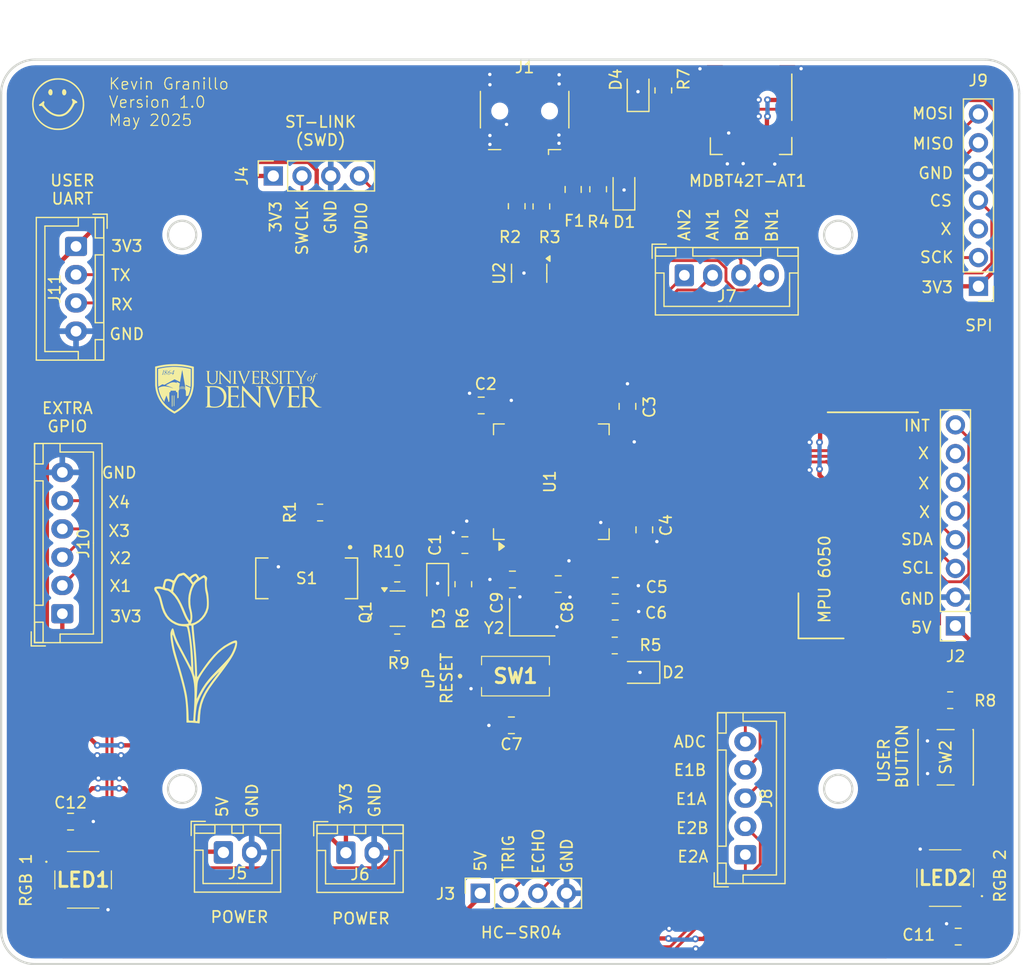
<source format=kicad_pcb>
(kicad_pcb (version 20241229) (generator "pcbnew") (generator_version "9.0")
  (layers (0 "F.Cu" signal) (2 "B.Cu" signal) (13 "F.Paste" user) (15 "B.Paste" user) (5 "F.SilkS" user "F.Silkscreen") (7 "B.SilkS" user "B.Silkscreen") (1 "F.Mask" user) (3 "B.Mask" user) (25 "Edge.Cuts" user))
  (net 0 "")
  (net 2 "/PS2_SCK")
  (net 3 "/PS2_MISO")
  (net 5 "/PS2_CS")
  (net 6 "/PS2_MOSI")
  (net 7 "Net-(U1-PA1)")
  (net 9 "/X4")
  (net 10 "/X3")
  (net 11 "/X1")
  (net 12 "/X2")
  (net 13 "/USER_TX")
  (net 16 "/USER_RX")
  (net 21 "/RESET")
  (net 28 "+3V3")
  (net 29 "GND")
  (net 33 "Net-(R1-Pad2)")
  (net 34 "/BOOT")
  (net 35 "/OSC_OUT")
  (net 36 "/OSC_IN")
  (net 37 "Net-(D1-A)")
  (net 39 "/D+")
  (net 40 "/D-")
  (net 41 "Net-(J1-VBUS)")
  (net 42 "/USB_CONN_D+")
  (net 43 "/USB_CONN_D-")
  (net 44 "Vusb")
  (net 45 "/USB_D+")
  (net 46 "/USB_D-")
  (net 47 "Net-(D2-A)")
  (net 48 "Net-(D3-A)")
  (net 49 "/USER_LED")
  (net 51 "+5V")
  (net 52 "/IMU_INT")
  (net 54 "/IMU_I2C_SCL")
  (net 56 "/IMU_I2C_SDA")
  (net 65 "Net-(D4-A)")
  (net 66 "/BL_WAKEUP")
  (net 67 "/BL_RX")
  (net 68 "/BL_TX")
  (net 69 "Net-(MDBT42T-AT1-INDICATOR)")
  (net 70 "/ULTRA_TRIG")
  (net 71 "/ULTRA_ECHO")
  (net 72 "/SWCLK")
  (net 73 "/SWDIO")
  (net 74 "/uBUTTON")
  (net 75 "/BN1")
  (net 76 "/AN1")
  (net 77 "/AN2")
  (net 78 "/BN2")
  (net 79 "/E2A")
  (net 80 "/E2B")
  (net 81 "/E1A")
  (net 82 "/E1B")
  (net 83 "/PWR_ADC")
  (net 84 "Net-(LED1-DOUT)")
  (net 85 "Net-(LED1-DIN)")
  (net 87 "/RGB_DIN")
  (footprint "Resistor_SMD:R_0805_2012Metric_Pad1.20x1.40mm_HandSolder" (layer "F.Cu") (at 137.68 42.715 -90)
    (property "Reference" "R2")
    (property "Value" "22")
  )
  (footprint "Package_QFP:LQFP-64_10x10mm_P0.5mm" (layer "F.Cu") (at 140.74 67.085 90)
    (property "Reference" "U1")
    (property "Value" "STM32F103RCTx")
  )
  (footprint "Resistor_SMD:R_0805_2012Metric_Pad1.20x1.40mm_HandSolder" (layer "F.Cu") (at 127.1175 81.3 180)
    (property "Reference" "R9")
    (property "Value" "10k")
  )
  (footprint "Resistor_SMD:R_0805_2012Metric_Pad1.20x1.40mm_HandSolder" (layer "F.Cu") (at 139.86 42.735 90)
    (property "Reference" "R3")
    (property "Value" "22")
  )
  (footprint "Capacitor_SMD:C_0805_2012Metric_Pad1.18x1.45mm_HandSolder" (layer "F.Cu") (at 98.2375 97.15)
    (property "Reference" "C12")
    (property "Value" "0.1uF")
  )
  (footprint "Connector_JST:JST_XH_B2B-XH-A_1x02_P2.50mm_Vertical" (layer "F.Cu") (at 122.58 99.9)
    (property "Reference" "J6")
    (property "Value" "CONN_3V3")
  )
  (footprint "Connector_PinHeader_2.54mm:PinHeader_1x07_P2.54mm_Vertical" (layer "F.Cu") (at 178.5 49.8 180)
    (property "Reference" "J9")
    (property "Value" "CONN_PS2")
  )
  (footprint "LOGO" (layer "F.Cu") (at 97.15 33.7)
    (property "Reference" "G***" (hide yes))
    (property "Value" "LOGO" (hide yes))
  )
  (footprint "Connector_JST:JST_XH_B5B-XH-A_1x05_P2.50mm_Vertical" (layer "F.Cu") (at 157.89 100.07 90)
    (property "Reference" "J8")
    (property "Value" "CONN_HAL")
  )
  (footprint "Connector_PinSocket_2.54mm:PinSocket_1x08_P2.54mm_Vertical" (layer "F.Cu") (at 176.465 79.835 180)
    (property "Reference" "J2")
    (property "Value" "CONN_MPU6050")
  )
  (footprint "LED_SMD:LED_0805_2012Metric_Pad1.15x1.40mm_HandSolder" (layer "F.Cu") (at 148.41 32.475 90)
    (property "Reference" "D4")
    (property "Value" "BL_IND_LED")
  )
  (footprint "LOGO" (layer "F.Cu") (at 109.3 81.8)
    (property "Reference" "G***" (hide yes))
    (property "Value" "LOGO" (hide yes))
  )
  (footprint "Package_TO_SOT_SMD:SOT-23" (layer "F.Cu") (at 127.1475 78.31)
    (property "Reference" "Q1")
    (property "Value" "BSS138")
  )
  (footprint "LED_SMD:LED_0805_2012Metric_Pad1.15x1.40mm_HandSolder" (layer "F.Cu") (at 130.69 76.18 -90)
    (property "Reference" "D3")
    (property "Value" "USER_LED")
  )
  (footprint "Resistor_SMD:R_0805_2012Metric_Pad1.20x1.40mm_HandSolder" (layer "F.Cu") (at 146.3475 81.57)
    (property "Reference" "R5")
    (property "Value" "10k")
  )
  (footprint "RGB_LED:INPI55TATPRPGPB" (layer "F.Cu") (at 99.35 102.3)
    (property "Reference" "LED1")
    (property "Value" "IN-PI55TATPRPGPB" (hide yes))
  )
  (footprint "Fuse:Fuse_0805_2012Metric_Pad1.15x1.40mm_HandSolder" (layer "F.Cu") (at 142.67 41.235 -90)
    (property "Reference" "F1")
    (property "Value" "PTCSMD")
  )
  (footprint "Capacitor_SMD:C_0805_2012Metric_Pad1.18x1.45mm_HandSolder" (layer "F.Cu") (at 137.3 75.73 180)
    (property "Reference" "C9")
    (property "Value" "22pF")
  )
  (footprint "Resistor_SMD:R_0805_2012Metric_Pad1.20x1.40mm_HandSolder" (layer "F.Cu") (at 127.1175 75.21 180)
    (property "Reference" "R10")
    (property "Value" "10k")
  )
  (footprint "Connector_PinSocket_2.54mm:PinSocket_1x04_P2.54mm_Vertical" (layer "F.Cu") (at 116.16 40.04 90)
    (property "Reference" "J4")
    (property "Value" "CONN_SWD")
  )
  (footprint "Resistor_SMD:R_0805_2012Metric_Pad1.20x1.40mm_HandSolder" (layer "F.Cu") (at 176 86.41)
    (property "Reference" "R8")
    (property "Value" "10k")
  )
  (footprint "Connector_JST:JST_XH_B4B-XH-A_1x04_P2.50mm_Vertical" (layer "F.Cu") (at 98.72 46.27 -90)
    (property "Reference" "J11")
    (property "Value" "CONN_UART")
  )
  (footprint "MDBT42T-AT:MDBT42T" (layer "F.Cu") (at 158.4 32.54)
    (property "Reference" "MDBT42T-AT1" (hide yes))
    (property "Value" "MDBT42T-AT" (hide yes))
  )
  (footprint "Capacitor_SMD:C_0805_2012Metric_Pad1.18x1.45mm_HandSolder" (layer "F.Cu") (at 134.54 60.34 180)
    (property "Reference" "C2")
    (property "Value" "0.1uF")
  )
  (footprint "Resistor_SMD:R_0805_2012Metric_Pad1.20x1.40mm_HandSolder" (layer "F.Cu") (at 132.96 76.15 -90)
    (property "Reference" "R6")
    (property "Value" "10k")
  )
  (footprint "Resistor_SMD:R_0805_2012Metric_Pad1.20x1.40mm_HandSolder" (layer "F.Cu") (at 150.64 32.475 90)
    (property "Reference" "R7")
    (property "Value" "10k")
  )
  (footprint "Capacitor_SMD:C_0805_2012Metric_Pad1.18x1.45mm_HandSolder" (layer "F.Cu") (at 148.96 71.34 -90)
    (property "Reference" "C4")
    (property "Value" "0.1uF")
  )
  (footprint "Package_TO_SOT_SMD:SOT-23-6" (layer "F.Cu") (at 138.78 48.6475 -90)
    (property "Reference" "U2")
    (property "Value" "USBLC6-2SC6")
  )
  (footprint "Capacitor_SMD:C_0805_2012Metric_Pad1.18x1.45mm_HandSolder" (layer "F.Cu") (at 146.39 76.29)
    (property "Reference" "C5")
    (property "Value" "0.1uF")
  )
  (footprint "Connector_PinSocket_2.54mm:PinSocket_1x04_P2.54mm_Vertical" (layer "F.Cu") (at 134.46 103.485 90)
    (property "Reference" "J3")
    (property "Value" "CONN_ULTRA")
  )
  (footprint "Connector_JST:JST_XH_B4B-XH-A_1x04_P2.50mm_Vertical" (layer "F.Cu") (at 152.5 48.825)
    (property "Reference" "J7")
    (property "Value" "CONN_DRIVE")
  )
  (footprint "Crystal:Crystal_SMD_Abracon_ABM8G-4Pin_3.2x2.5mm" (layer "F.Cu") (at 139.0525 79.07)
    (property "Reference" "Y2")
    (property "Value" "16MHz")
  )
  (footprint "SW_uP_Reset:SW_uP_Reset" (layer "F.Cu") (at 137.57 84.28)
    (property "Reference" "SW1")
    (property "Value" "SW_uP_Reset" (hide yes))
  )
  (footprint "Capacitor_SMD:C_0805_2012Metric_Pad1.18x1.45mm_HandSolder" (layer "F.Cu") (at 146.39 78.58)
    (property "Reference" "C6")
    (property "Value" "10uF")
  )
  (footprint "Connector_JST:JST_XH_B2B-XH-A_1x02_P2.50mm_Vertical" (layer "F.Cu") (at 111.75 99.875)
    (property "Reference" "J5")
    (property "Value" "CONN_5V")
  )
  (footprint "LED_SMD:LED_0805_2012Metric_Pad1.15x1.40mm_HandSolder" (layer "F.Cu") (at 148.4675 83.95 180)
    (property "Reference" "D2")
    (property "Value" "uP_PWR_LED")
  )
  (footprint "Capacitor_SMD:C_0805_2012Metric_Pad1.18x1.45mm_HandSolder" (layer "F.Cu") (at 133.1 72.69 180)
    (property "Reference" "C1")
    (property "Value" "0.1uF")
  )
  (footprint "LOGO" (layer "F.Cu") (at 113.1 58.85)
    (property "Reference" "G***" (hide yes))
    (property "Value" "LOGO" (hide yes))
  )
  (footprint "RGB_LED:INPI55TATPRPGPB" (layer "F.Cu") (at 175.56 102.14 180)
    (property "Reference" "LED2")
    (property "Value" "IN-PI55TATPRPGPB" (hide yes))
  )
  (footprint "Capacitor_SMD:C_0805_2012Metric_Pad1.18x1.45mm_HandSolder" (layer "F.Cu") (at 141.35 76.14)
    (property "Reference" "C8")
    (property "Value" "22pF")
  )
  (footprint "Resistor_SMD:R_0805_2012Metric_Pad1.20x1.40mm_HandSolder" (layer "F.Cu") (at 120.3 69.81 180)
    (property "Reference" "R1")
    (property "Value" "10k")
  )
  (footprint "Connector_JST:JST_XH_B6B-XH-A_1x06_P2.50mm_Vertical" (layer "F.Cu") (at 97.51 78.76 90)
    (property "Reference" "J10")
    (property "Value" "CONN_TRACK")
  )
  (footprint "Capacitor_SMD:C_0805_2012Metric_Pad1.18x1.45mm_HandSolder" (layer "F.Cu") (at 147.47 60.42 90)
    (property "Reference" "C3")
    (property "Value" "0.1uF")
  )
  (footprint "Button_Switch_SMD:SW_SPST_PTS647_Sx50" (layer "F.Cu") (at 175.6 91.46 -90)
    (property "Reference" "SW2")
    (property "Value" "SW_USER")
  )
  (footprint "LED_SMD:LED_0805_2012Metric_Pad1.15x1.40mm_HandSolder" (layer "F.Cu") (at 147.16 41.185 90)
    (property "Reference" "D1")
    (property "Value" "USB_PWR_LED")
  )
  (footprint "SW_uP_Boot:SW_uP_Boot" (layer "F.Cu") (at 119.11 75.63 180)
    (property "Reference" "S1")
    (property "Value" "JS202011SCQN")
  )
  (footprint "Capacitor_SMD:C_0805_2012Metric_Pad1.18x1.45mm_HandSolder" (layer "F.Cu") (at 176.71 107.32 180)
    (property "Reference" "C11")
    (property "Value" "0.1uF")
  )
  (footprint "Connector_USB:USB_Mini-B_Lumberg_2486_01_Horizontal" (layer "F.Cu") (at 138.38 34.3 180)
    (property "Reference" "J1")
    (property "Value" "USB_B_Mini")
  )
  (footprint "Capacitor_SMD:C_0805_2012Metric_Pad1.18x1.45mm_HandSolder" (layer "F.Cu") (at 137.21 88.63 180)
    (property "Reference" "C7")
    (property "Value" "0.01uF")
  )
  (footprint "Resistor_SMD:R_0805_2012Metric_Pad1.20x1.40mm_HandSolder" (layer "F.Cu") (at 144.88 41.215 90)
    (property "Reference" "R4")
    (property "Value" "10k")
  )
  (gr_line (start 162.585 80.945) (end 166.585 80.945) (stroke (width 0.15)) (layer "F.SilkS"))
  (gr_line (start 162.585 80.945) (end 162.585 76.945) (stroke (width 0.15)) (layer "F.SilkS"))
  (gr_line (start 173.165 60.945) (end 165.165 60.945) (stroke (width 0.15)) (layer "F.SilkS"))
  (gr_arc (start 179.1 29.750001) (mid 181.22132 30.628681) (end 182.1 32.750001) (stroke (width 0.2)) (layer "Edge.Cuts"))
  (gr_arc (start 182.1 106.750001) (mid 181.22132 108.871321) (end 179.1 109.750001) (stroke (width 0.2)) (layer "Edge.Cuts"))
  (gr_line (start 179.1 29.750001) (end 95.100001 29.750001) (stroke (width 0.2)) (layer "Edge.Cuts"))
  (gr_circle (center 108.1 94.250001) (end 109.35 94.250001) (stroke (width 0.2)) (fill no) (layer "Edge.Cuts"))
  (gr_circle (center 108.1 45.250001) (end 109.35 45.250001) (stroke (width 0.2)) (fill no) (layer "Edge.Cuts"))
  (gr_line (start 179.1 109.750001) (end 95.100001 109.750001) (stroke (width 0.2)) (layer "Edge.Cuts"))
  (gr_arc (start 95.100001 109.750001) (mid 92.97868 108.871321) (end 92.1 106.75) (stroke (width 0.2)) (layer "Edge.Cuts"))
  (gr_arc (start 92.1 32.750002) (mid 92.97868 30.628681) (end 95.100001 29.750001) (stroke (width 0.2)) (layer "Edge.Cuts"))
  (gr_line (start 182.1 106.750001) (end 182.1 32.750001) (stroke (width 0.2)) (layer "Edge.Cuts"))
  (gr_circle (center 166.1 94.250001) (end 167.35 94.250001) (stroke (width 0.2)) (fill no) (layer "Edge.Cuts"))
  (gr_circle (center 166.1 45.250001) (end 167.35 45.250001) (stroke (width 0.2)) (fill no) (layer "Edge.Cuts"))
  (gr_line (start 92.1 106.75) (end 92.1 32.750002) (stroke (width 0.2)) (layer "Edge.Cuts"))
  (gr_text "5V" (at 111.65 95.84 90) (layer "F.SilkS") (effects (font (size 1 1))))
  (gr_text "X2" (at 102.65 73.85 0) (layer "F.SilkS") (effects (font (size 1 1))))
  (gr_text "ECHO" (at 139.6 99.77 90) (layer "F.SilkS") (effects (font (size 1 1))))
  (gr_text "E1B" (at 153 92.59 0) (layer "F.SilkS") (effects (font (size 1 1))))
  (gr_text "AN1" (at 155 44.35 90) (layer "F.SilkS") (effects (font (size 1 1))))
  (gr_text "X" (at 173.73 69.78 0) (layer "F.SilkS") (effects (font (size 1 1))))
  (gr_text "GND" (at 121.22 43.68 90) (layer "F.SilkS") (effects (font (size 1 1))))
  (gr_text "MOSI" (at 174.46 34.51 0) (layer "F.SilkS") (effects (font (size 1 1))))
  (gr_text "3V3" (at 103.22 46.24 0) (layer "F.SilkS") (effects (font (size 1 1))))
  (gr_text "E2A" (at 153.25 100.25 0) (layer "F.SilkS") (effects (font (size 1 1))))
  (gr_text "TX" (at 102.68 48.82 0) (layer "F.SilkS") (effects (font (size 1 1))))
  (gr_text "GND" (at 103.21 54.03 0) (layer "F.SilkS") (effects (font (size 1 1))))
  (gr_text "HC-SR04" (at 138.08 106.96 0) (layer "F.SilkS") (effects (font (size 1 1))))
  (gr_text "Kevin Granillo\nVersion 1.0\nMay 2025\n" (at 101.55 35.7 0) (layer "F.SilkS") (effects (font (size 1 1) (thickness 0.1)) (justify left bottom)))
  (gr_text "3V3" (at 116.37 43.65 90) (layer "F.SilkS") (effects (font (size 1 1))))
  (gr_text "E1A" (at 153.1 95.15 0) (layer "F.SilkS") (effects (font (size 1 1))))
  (gr_text "X" (at 175.63 44.74 0) (layer "F.SilkS") (effects (font (size 1 1))))
  (gr_text "RX" (at 102.75 51.41 0) (layer "F.SilkS") (effects (font (size 1 1))))
  (gr_text "X4" (at 102.54 68.9 0) (layer "F.SilkS") (effects (font (size 1 1))))
  (gr_text "SCL" (at 173.1 74.7 0) (layer "F.SilkS") (effects (font (size 1 1))))
  (gr_text "SDA" (at 173.06 72.18 0) (layer "F.SilkS") (effects (font (size 1 1))))
  (gr_text "POWER" (at 123.9 105.72 0) (layer "F.SilkS") (effects (font (size 1 1))))
  (gr_text "GND" (at 125.12 95.26 90) (layer "F.SilkS") (effects (font (size 1 1))))
  (gr_text "3V3" (at 174.86 49.89 0) (layer "F.SilkS") (effects (font (size 1 1))))
  (gr_text "GND" (at 114.29 95.3 90) (layer "F.SilkS") (effects (font (size 1 1))))
  (gr_text "3V3" (at 103.14 79 0) (layer "F.SilkS") (effects (font (size 1 1))))
  (gr_text "MPU 6050" (at 165.485 79.685 90) (layer "F.SilkS") (effects (font (size 1 1)) (justify left bottom)))
  (gr_text "ADC" (at 153 90.09 0) (layer "F.SilkS") (effects (font (size 1 1))))
  (gr_text "uP \nRESET " (at 130.68 84.1 90) (layer "F.SilkS") (effects (font (size 1 1))))
  (gr_text "RGB 1" (at 94.29 102.33 90) (layer "F.SilkS") (effects (font (size 1 1))))
  (gr_text "5V" (at 173.45 79.99 0) (layer "F.SilkS") (effects (font (size 1 1))))
  (gr_text "INT" (at 173.06 62.13 0) (layer "F.SilkS") (effects (font (size 1 1))))
  (gr_text "SWDIO" (at 123.94 44.66 90) (layer "F.SilkS") (effects (font (size 1 1))))
  (gr_text "GND" (at 173.08 77.44 0) (layer "F.SilkS") (effects (font (size 1 1))))
  (gr_text "3V3" (at 122.58 95.11 90) (layer "F.SilkS") (effects (font (size 1 1))))
  (gr_text "SCK" (at 174.81 47.23 0) (layer "F.SilkS") (effects (font (size 1 1))))
  (gr_text "USER\nUART" (at 98.4 41.25 0) (layer "F.SilkS") (effects (font (size 1 1))))
  (gr_text "TRIG" (at 136.95 99.95 90) (layer "F.SilkS") (effects (font (size 1 1))))
  (gr_text "EXTRA\nGPIO" (at 97.96 61.39 0) (layer "F.SilkS") (effects (font (size 1 1))))
  (gr_text "GND\n" (at 174.72 39.79 0) (layer "F.SilkS") (effects (font (size 1 1))))
  (gr_text "GND" (at 102.54 66.29 0) (layer "F.SilkS") (effects (font (size 1 1))))
  (gr_text "X3" (at 102.54 71.44 0) (layer "F.SilkS") (effects (font (size 1 1))))
  (gr_text "X1" (at 102.65 76.31 0) (layer "F.SilkS") (effects (font (size 1 1))))
  (gr_text "X" (at 173.66 67.24 0) (layer "F.SilkS") (effects (font (size 1 1))))
  (gr_text "CS" (at 175.17 42.23 0) (layer "F.SilkS") (effects (font (size 1 1))))
  (gr_text "USER \nBUTTON" (at 170.95 91.37 90) (layer "F.SilkS") (effects (font (size 1 1))))
  (gr_text "BN1" (at 160.25 44.4 90) (layer "F.SilkS") (effects (font (size 1 1))))
  (gr_text "MISO" (at 174.49 37.18 0) (layer "F.SilkS") (effects (font (size 1 1))))
  (gr_text "X" (at 173.64 64.57 0) (layer "F.SilkS") (effects (font (size 1 1))))
  (gr_text "SPI" (at 178.54 53.26 0) (layer "F.SilkS") (effects (font (size 1 1))))
  (gr_text "MDBT42T-AT1" (at 158.1 40.47 0) (layer "F.SilkS") (effects (font (size 1 1))))
  (gr_text "GND" (at 142.11 100.17 90) (layer "F.SilkS") (effects (font (size 1 1))))
  (gr_text "AN2" (at 152.5 44.35 90) (layer "F.SilkS") (effects (font (size 1 1))))
  (gr_text "SWCLK" (at 118.71 44.6 90) (layer "F.SilkS") (effects (font (size 1 1))))
  (gr_text "ST-LINK\n(SWD)" (at 120.34 36.06 0) (layer "F.SilkS") (effects (font (size 1 1))))
  (gr_text "5V" (at 134.48 100.64 90) (layer "F.SilkS") (effects (font (size 1 1))))
  (gr_text "POWER" (at 113.17 105.59 0) (layer "F.SilkS") (effects (font (size 1 1))))
  (gr_text "RGB 2" (at 180.4 101.94 90) (layer "F.SilkS") (effects (font (size 1 1))))
  (gr_text "E2B" (at 153.21 97.73 0) (layer "F.SilkS") (effects (font (size 1 1))))
  (gr_text "BN2" (at 157.6 44.35 90) (layer "F.SilkS") (effects (font (size 1 1))))
  (segment (start 161.037237 55.20623) (end 148.752174 55.20623) (width 0.254) (layer "F.Cu") (net 2))
  (segment (start 143.99 59.968404) (end 143.99 61.41) (width 0.254) (layer "F.Cu") (net 2))
  (segment (start 178.5 47.26) (end 168.983468 47.26) (width 0.254) (layer "F.Cu") (net 2))
  (segment (start 148.752174 55.20623) (end 143.99 59.968404) (width 0.254) (layer "F.Cu") (net 2))
  (segment (start 168.983468 47.26) (end 161.037237 55.20623) (width 0.254) (layer "F.Cu") (net 2))
  (segment (start 160.84877 54.75123) (end 148.563706 54.75123) (width 0.254) (layer "F.Cu") (net 3))
  (segment (start 143.49 59.84) (end 143.49 61.41) (width 0.254) (layer "F.Cu") (net 3))
  (segment (start 143.482468 59.832468) (end 143.49 59.84) (width 0.254) (layer "F.Cu") (net 3))
  (segment (start 178.5 37.1) (end 160.84877 54.75123) (width 0.254) (layer "F.Cu") (net 3))
  (segment (start 148.563706 54.75123) (end 143.482468 59.832468) (width 0.254) (layer "F.Cu") (net 3))
  (segment (start 168.268468 48.618468) (end 161.225704 55.66123) (width 0.254) (layer "F.Cu") (net 5))
  (segment (start 179.678 47.747944) (end 178.807476 48.618468) (width 0.254) (layer "F.Cu") (net 5))
  (segment (start 149.025936 55.66123) (end 144.49 60.197166) (width 0.254) (layer "F.Cu") (net 5))
  (segment (start 178.807476 48.618468) (end 168.268468 48.618468) (width 0.254) (layer "F.Cu") (net 5))
  (segment (start 144.49 60.197166) (end 144.49 61.41) (width 0.254) (layer "F.Cu") (net 5))
  (segment (start 179.678 43.358) (end 179.678 47.747944) (width 0.254) (layer "F.Cu") (net 5))
  (segment (start 178.5 42.18) (end 179.678 43.358) (width 0.254) (layer "F.Cu") (net 5))
  (segment (start 161.225704 55.66123) (end 149.025936 55.66123) (width 0.254) (layer "F.Cu") (net 5))
  (segment (start 167.978 45.082) (end 167.978 46.027895) (width 0.254) (layer "F.Cu") (net 6))
  (segment (start 142.99 59.681468) (end 142.99 61.41) (width 0.254) (layer "F.Cu") (net 6))
  (segment (start 148.449734 54.221734) (end 142.99 59.681468) (width 0.254) (layer "F.Cu") (net 6))
  (segment (start 159.784161 54.221734) (end 148.449734 54.221734) (width 0.254) (layer "F.Cu") (net 6))
  (segment (start 167.978 46.027895) (end 159.784161 54.221734) (width 0.254) (layer "F.Cu") (net 6))
  (segment (start 178.5 34.56) (end 167.978 45.082) (width 0.254) (layer "F.Cu") (net 6))
  (segment (start 143.99 72.76) (end 144.49 72.76) (width 0.254) (layer "F.Cu") (net 7))
  (segment (start 104.237 65.313) (end 100.79 68.76) (width 0.254) (layer "F.Cu") (net 9))
  (segment (start 100.79 68.76) (end 97.51 68.76) (width 0.254) (layer "F.Cu") (net 9))
  (segment (start 135.35 65.313) (end 104.237 65.313) (width 0.254) (layer "F.Cu") (net 9))
  (segment (start 97.51 71.26) (end 99.39 71.26) (width 0.254) (layer "F.Cu") (net 10))
  (segment (start 99.39 71.26) (end 104.8 65.85) (width 0.254) (layer "F.Cu") (net 10))
  (segment (start 104.8 65.85) (end 135.05 65.85) (width 0.254) (layer "F.Cu") (net 10))
  (segment (start 97.51 76.26) (end 106.935 66.835) (width 0.254) (layer "F.Cu") (net 11))
  (segment (start 106.935 66.835) (end 135.065 66.835) (width 0.254) (layer "F.Cu") (net 11))
  (segment (start 99.5 71.895) (end 99.5 71.793468) (width 0.254) (layer "F.Cu") (net 12))
  (segment (start 99.5 71.793468) (end 104.980468 66.313) (width 0.254) (layer "F.Cu") (net 12))
  (segment (start 97.635 73.76) (end 99.5 71.895) (width 0.254) (layer "F.Cu") (net 12))
  (segment (start 104.980468 66.313) (end 134.9 66.313) (width 0.254) (layer "F.Cu") (net 12))
  (segment (start 98.72 48.77) (end 117.32 48.77) (width 0.254) (layer "F.Cu") (net 13))
  (segment (start 117.32 48.77) (end 132.885 64.335) (width 0.254) (layer "F.Cu") (net 13))
  (segment (start 132.885 64.335) (end 135.065 64.335) (width 0.254) (layer "F.Cu") (net 13))
  (segment (start 119.17 51.27) (end 98.72 51.27) (width 0.254) (layer "F.Cu") (net 16))
  (segment (start 135.065 64.835) (end 132.735 64.835) (width 0.254) (layer "F.Cu") (net 16))
  (segment (start 132.735 64.835) (end 119.17 51.27) (width 0.254) (layer "F.Cu") (net 16))
  (segment (start 143.303 81.897) (end 143.303 75.353) (width 0.254) (layer "F.Cu") (net 21))
  (segment (start 142.658 74.708) (end 141.090992 74.708) (width 0.254) (layer "F.Cu") (net 21))
  (segment (start 141.090992 74.708) (end 139.99 73.607008) (width 0.254) (layer "F.Cu") (net 21))
  (segment (start 143.303 75.353) (end 142.658 74.708) (width 0.254) (layer "F.Cu") (net 21))
  (segment (start 138.2475 88.63) (end 138.2475 86.9525) (width 0.254) (layer "F.Cu") (net 21))
  (segment (start 138.2475 86.9525) (end 140.92 84.28) (width 0.254) (layer "F.Cu") (net 21))
  (segment (start 140.92 84.28) (end 143.303 81.897) (width 0.254) (layer "F.Cu") (net 21))
  (segment (start 139.99 73.607008) (end 139.99 72.76) (width 0.254) (layer "F.Cu") (net 21))
  (segment (start 147.295 63.335) (end 147.47 63.16) (width 0.254) (layer "F.Cu") (net 28))
  (segment (start 104.95 40.04) (end 106.1915 38.7985) (width 0.381) (layer "F.Cu") (net 28))
  (segment (start 133.78 71.21) (end 133.78 72.3325) (width 0.254) (layer "F.Cu") (net 28))
  (segment (start 156.162704 61.4575) (end 147.47 61.4575) (width 0.381) (layer "F.Cu") (net 28))
  (segment (start 119.9985 39.525753) (end 119.9985 44.761) (width 0.381) (layer "F.Cu") (net 28))
  (segment (start 164.45 65.962) (end 164.45 66.5) (width 0.381) (layer "F.Cu") (net 28))
  (segment (start 175 77.05) (end 175 86.41) (width 0.381) (layer "F.Cu") (net 28))
  (segment (start 145.3525 78.58) (end 145.3525 76.29) (width 0.508) (layer "F.Cu") (net 28))
  (segment (start 148.4925 69.835) (end 148.96 70.3025) (width 0.254) (layer "F.Cu") (net 28))
  (segment (start 122.58 80.99) (end 126.21 77.36) (width 0.381) (layer "F.Cu") (net 28))
  (segment (start 147.47 63.16) (end 147.47 61.4575) (width 0.254) (layer "F.Cu") (net 28))
  (segment (start 142.99 72.76) (end 142.99 70.305) (width 0.254) (layer "F.Cu") (net 28))
  (segment (start 167.820205 49.8) (end 178.5 49.8) (width 0.381) (layer "F.Cu") (net 28))
  (segment (start 124.15 75.42) (end 121.61 72.88) (width 0.381) (layer "F.Cu") (net 28))
  (segment (start 113.08 90.4) (end 102.7 90.4) (width 0.381) (layer "F.Cu") (net 28))
  (segment (start 180.2 48.1) (end 180.2 34.504253) (width 0.381) (layer "F.Cu") (net 28))
  (segment (start 142.99 70.305) (end 142.52 69.835) (width 0.254) (layer "F.Cu") (net 28))
  (segment (start 97.51 87.1) (end 96.1435 85.7335) (width 0.381) (layer "F.Cu") (net 28))
  (segment (start 179.014247 33.3185) (end 162.1385 33.3185) (width 0.381) (layer "F.Cu") (net 28))
  (segment (start 180.2 34.504253) (end 179.014247 33.3185) (width 0.381) (layer "F.Cu") (net 28))
  (segment (start 136.66 60.27) (end 135.6475 60.27) (width 0.254) (layer "F.Cu") (net 28))
  (segment (start 136.99 61.41) (end 136.99 60.6) (width 0.254) (layer "F.Cu") (net 28))
  (segment (start 96.1435 48.8465) (end 98.72 46.27) (width 0.381) (layer "F.Cu") (net 28))
  (segment (start 144.93 69.385) (end 144.48 69.835) (width 0.254) (layer "F.Cu") (net 28))
  (segment (start 142.99 73.9275) (end 145.3525 76.29) (width 0.254) (layer "F.Cu") (net 28))
  (segment (start 124.15 79.42) (end 122.58 80.99) (width 0.381) (layer "F.Cu") (net 28))
  (segment (start 145.155 63.335) (end 144.93 63.56) (width 0.254) (layer "F.Cu") (net 28))
  (segment (start 97.51 87.31) (end 97.51 87.1) (width 0.381) (layer "F.Cu") (net 28))
  (segment (start 136.99 60.6) (end 136.66 60.27) (width 0.254) (layer "F.Cu") (net 28))
  (segment (start 162.1385 33.3185) (end 159.868499 33.3185) (width 0.381) (layer "F.Cu") (net 28))
  (segment (start 96.1435 48.8465) (end 104.95 40.04) (width 0.381) (layer "F.Cu") (net 28))
  (segment (start 159.8 37.74) (end 159.8 34.817) (width 0.381) (layer "F.Cu") (net 28))
  (segment (start 159.868499 33.3185) (end 159.85 33.300001) (width 0.381) (layer "F.Cu") (net 28))
  (segment (start 122.58 99.9) (end 122.58 80.99) (width 0.381) (layer "F.Cu") (net 28))
  (segment (start 96.1435 85.7335) (end 96.1435 48.8465) (width 0.381) (layer "F.Cu") (net 28))
  (segment (start 124.15 77.1775) (end 124.15 75.42) (width 0.381) (layer "F.Cu") (net 28))
  (segment (start 164.5 53.120205) (end 164.610103 53.010103) (width 0.381) (layer "F.Cu") (net 28))
  (segment (start 144.48 69.835) (end 142.52 69.835) (width 0.254) (layer "F.Cu") (net 28))
  (segment (start 164.610103 53.010103) (end 167.820205 49.8) (width 0.381) (layer "F.Cu") (net 28))
  (segment (start 119.9985 44.761) (end 135.5775 60.34) (width 0.381) (layer "F.Cu") (net 28))
  (segment (start 144.93 63.56) (end 144.93 69.385) (width 0.254) (layer "F.Cu") (net 28))
  (segment (start 137.615 69.835) (end 136.99 69.21) (width 0.254) (layer "F.Cu") (net 28))
  (segment (start 136.99 69.21) (end 136.99 61.41) (width 0.254) (layer "F.Cu") (net 28))
  (segment (start 142.99 72.76) (end 142.99 73.9275) (width 0.254) (layer "F.Cu") (net 28))
  (segment (start 164.610103 53.010103) (end 156.162704 61.4575) (width 0.381) (layer "F.Cu") (net 28))
  (segment (start 145.3475 81.57) (end 145.3475 78.585) (width 0.508) (layer "F.Cu") (net 28))
  (segment (start 119.271247 38.7985) (end 119.9985 39.525753) (width 0.381) (layer "F.Cu") (net 28))
  (segment (start 136.99 69.21) (end 136.99 70.45) (width 0.254) (layer "F.Cu") (net 28))
  (segment (start 100.6 90.4) (end 97.51 87.31) (width 0.381) (layer "F.Cu") (net 28))
  (segment (start 159.8 34.817) (end 159.85 34.767) (width 0.381) (layer "F.Cu") (net 28))
  (segment (start 104.95 40.04) (end 116.16 40.04) (width 0.381) (layer "F.Cu") (net 28))
  (segment (start 126.1175 75.21) (end 124.15 77.1775) (width 0.381) (layer "F.Cu") (net 28))
  (segment (start 134.155 70.835) (end 133.78 71.21) (width 0.254) (layer "F.Cu") (net 28))
  (segment (start 146.415 69.835) (end 148.4925 69.835) (width 0.254) (layer "F.Cu") (net 28))
  (segment (start 146.415 63.335) (end 147.295 63.335) (width 0.254) (layer "F.Cu") (net 28))
  (segment (start 164.45 63.6) (end 164.5 63.55) (width 0.381) (layer "F.Cu") (net 28))
  (segment (start 164.45 66.5) (end 175 77.05) (width 0.381) (layer "F.Cu") (net 28))
  (segment (start 97.51 87.1) (end 97.51 78.76) (width 0.381) (layer "F.Cu") (net 28))
  (segment (start 136.605 70.835) (end 135.065 70.835) (width 0.254) (layer "F.Cu") (net 28))
  (segment (start 146.415 69.835) (end 144.48 69.835) (width 0.254) (layer "F.Cu") (net 28))
  (segment (start 135.065 70.835) (end 134.155 70.835) (width 0.254) (layer "F.Cu") (net 28))
  (segment (start 146.415 63.335) (end 145.155 63.335) (width 0.254) (layer "F.Cu") (net 28))
  (segment (start 122.58 99.9) (end 113.08 90.4) (width 0.381) (layer "F.Cu") (net 28))
  (segment (start 106.1915 38.7985) (end 119.271247 38.7985) (width 0.381) (layer "F.Cu") (net 28))
  (segment (start 164.5 63.55) (end 164.5 53.120205) (width 0.381) (layer "F.Cu") (net 28))
  (segment (start 124.15 77.1775) (end 124.15 79.42) (width 0.381) (layer "F.Cu") (net 28))
  (segment (start 142.52 69.835) (end 137.615 69.835) (width 0.254) (layer "F.Cu") (net 28))
  (segment (start 178.5 49.8) (end 180.2 48.1) (width 0.381) (layer "F.Cu") (net 28))
  (segment (start 136.99 70.45) (end 136.605 70.835) (width 0.254) (layer "F.Cu") (net 28))
  (via (at 164.45 65.962) (size 0.6) (drill 0.3) (layers "F.Cu" "B.Cu") (net 28))
  (via (at 102.7 90.4) (size 0.6) (drill 0.3) (layers "F.Cu" "B.Cu") (net 28))
  (via (at 159.85 34.767) (size 0.6) (drill 0.3) (layers "F.Cu" "B.Cu") (net 28))
  (via (at 159.85 33.300001) (size 0.6) (drill 0.3) (layers "F.Cu" "B.Cu") (net 28))
  (via (at 100.6 90.4) (size 0.6) (drill 0.3) (layers "F.Cu" "B.Cu") (net 28))
  (via (at 164.45 63.6) (size 0.6) (drill 0.3) (layers "F.Cu" "B.Cu") (net 28))
  (segment (start 159.85 33.300001) (end 159.85 34.767) (width 0.381) (layer "B.Cu") (net 28))
  (segment (start 164.45 63.6) (end 164.45 65.962) (width 0.381) (layer "B.Cu") (net 28))
  (segment (start 102.7 90.4) (end 100.6 90.4) (width 0.381) (layer "B.Cu") (net 28))
  (segment (start 145.465 70.335) (end 145.11 70.69) (width 0.254) (layer "F.Cu") (net 29))
  (segment (start 137.96 77.27) (end 137.96 78.2125) (width 0.508) (layer "F.Cu") (net 29))
  (segment (start 148.43 76.28) (end 147.4375 76.28) (width 0.508) (layer "F.Cu") (net 29))
  (segment (start 173.36 99.59) (end 173.35 99.58) (width 0.508) (layer "F.Cu") (net 29))
  (segment (start 135.31 75.73) (end 136.2625 75.73) (width 0.508) (layer "F.Cu") (net 29))
  (segment (start 160.5 38.98) (end 160.49 38.99) (width 0.381) (layer "F.Cu") (net 29))
  (segment (start 175.6725 106.1875) (end 175.68 106.18) (width 0.508) (layer "F.Cu") (net 29))
  (segment (start 100.24 97.15) (end 100.25 97.14) (width 0.508) (layer "F.Cu") (net 29))
  (segment (start 135.065 70.335) (end 133.495 70.335) (width 0.254) (layer "F.Cu") (net 29))
  (segment (start 174 88.835) (end 174 90) (width 0.508) (layer "F.Cu") (net 29))
  (segment (start 160.5 37.74) (end 160.5 38.98) (width 0.381) (layer "F.Cu") (net 29))
  (segment (start 173.36 100.54) (end 173.36 99.59) (width 0.508) (layer "F.Cu") (net 29))
  (segment (start 141.24 79.92) (end 140.1525 79.92) (width 0.508) (layer "F.Cu") (net 29))
  (segment (start 136.1725 88.63) (end 135.23 88.63) (width 0.508) (layer "F.Cu") (net 29))
  (segment (start 138.78 48.17) (end 138.32 48.63) (width 0.254) (layer "F.Cu") (net 29))
  (segment (start 148.41 33.5) (end 148.41 32.595) (width 0.508) (layer "F.Cu") (net 29))
  (segment (start 138.78 47.51) (end 138.78 48.17) (width 0.254) (layer "F.Cu") (net 29))
  (segment (start 135.23 88.63) (end 135.22 88.64) (width 0.508) (layer "F.Cu") (net 29))
  (segment (start 137.49 61.41) (end 137.49 60.18) (width 0.254) (layer "F.Cu") (net 29))
  (segment (start 133.495 70.335) (end 133.26 70.57) (width 0.254) (layer "F.Cu") (net 29))
  (segment (start 137.49 60.18) (end 137.2 59.89) (width 0.254) (layer "F.Cu") (net 29))
  (segment (start 132.07 71.58) (end 132.07 72.6825) (width 0.508) (layer "F.Cu") (net 29))
  (segment (start 146.415 63.835) (end 147.795 63.835) (width 0.254) (layer "F.Cu") (net 29))
  (segment (start 147.795 63.835) (end 148.07 63.56) (width 0.254) (layer "F.Cu") (net 29))
  (segment (start 133.64 85.39) (end 133.64 84.86) (width 0.508) (layer "F.Cu") (net 29))
  (segment (start 174 94.085) (end 174 92.9) (width 0.508) (layer "F.Cu") (net 29))
  (segment (start 136.78 37) (end 136.78 35.48) (width 0.381) (layer "F.Cu") (net 29))
  (segment (start 116.61 74.61) (end 116.61 72.88) (width 0.508) (layer "F.Cu") (net 29))
  (segment (start 155.2 36.24) (end 156.42 36.24) (width 0.381) (layer "F.Cu") (net 29))
  (segment (start 155.18 30.56) (end 153.88 30.56) (width 0.381) (layer "F.Cu") (net 29))
  (segment (start 174 90) (end 173.99 90.01) (width 0.508) (layer "F.Cu") (net 29))
  (segment (start 142.39 77.29) (end 142.39 76.1425) (width 0.508) (layer "F.Cu") (net 29))
  (segment (start 130.69 76.07) (end 130.69 75.155) (width 0.508) (layer "F.Cu") (net 29))
  (segment (start 156.3 37.74) (end 156.3 38.97) (width 0.381) (layer "F.Cu") (net 29))
  (segment (start 157.7 37.74) (end 157.7 38.95) (width 0.381) (layer "F.Cu") (net 29))
  (segment (start 147.47 58.42) (end 147.47 59.3825) (width 0.508) (layer "F.Cu") (net 29))
  (segment (start 142.49 72.76) (end 142.49 73.89) (width 0.254) (layer "F.Cu") (net 29))
  (segment (start 133.51 59.26) (end 133.51 60.3325) (width 0.508) (layer "F.Cu") (net 29))
  (segment (start 148.58 83.95) (end 149.4925 83.95) (width 0.508) (layer "F.Cu") (net 29))
  (segment (start 175.6725 107.32) (end 175.6725 106.1875) (width 0.508) (layer "F.Cu") (net 29))
  (segment (start 147.17 41.28) (end 147.17 42.2) (width 0.508) (layer "F.Cu") (net 29))
  (segment (start 133.64 84.86) (end 134.22 84.28) (width 0.508) (layer "F.Cu") (net 29))
  (segment (start 101.55 103.9) (end 101.55 104.94) (width 0.508) (layer "F.Cu") (net 29))
  (segment (start 142.49 73.89) (end 142.3 74.08) (width 0.254) (layer "F.Cu") (net 29))
  (segment (start 146.415 70.335) (end 145.465 70.335) (width 0.254) (layer "F.Cu") (net 29))
  (segment (start 148.46 78.57) (end 147.4375 78.57) (width 0.508) (layer "F.Cu") (net 29))
  (segment (start 148.41 32.595) (end 148.4 32.585) (width 0.508) (layer "F.Cu") (net 29))
  (segment (start 161.6 30.54) (end 162.81 30.54) (width 0.381) (layer "F.Cu") (net 29))
  (segment (start 150.07 72.38) (end 148.9625 72.38) (width 0.508) (layer "F.Cu") (net 29))
  (segment (start 162.81 30.54) (end 162.82 30.55) (width 0.381) (layer "F.Cu") (net 29))
  (segment (start 99.275 97.15) (end 100.24 97.15) (width 0.508) (layer "F.Cu") (net 29))
  (via (at 135.3 31.06) (size 0.6) (drill 0.3) (layers "F.Cu" "B.Cu") (net 29))
  (via (at 163.55 66.050001) (size 0.6) (drill 0.3) (layers "F.Cu" "B.Cu") (net 29))
  (via (at 135.31 31.97) (size 0.6) (drill 0.3) (layers "F.Cu" "B.Cu") (net 29))
  (via (at 138.32 48.63) (size 0.6) (drill 0.3) (layers "F.Cu" "B.Cu") (net 29))
  (via (at 101.55 104.94) (size 0.6) (drill 0.3) (layers "F.Cu" "B.Cu") (net 29))
  (via (at 136.78 35.48) (size 0.6) (drill 0.3) (layers "F.Cu" "B.Cu") (net 29))
  (via (at 159.049997 34.767) (size 0.6) (drill 0.3) (layers "F.Cu" "B.Cu") (net 29))
  (via (at 137.2 59.89) (size 0.6) (drill 0.3) (layers "F.Cu" "B.Cu") (net 29))
  (via (at 135.31 36.46) (size 0.6) (drill 0.3) (layers "F.Cu" "B.Cu") (net 29))
  (via (at 100.25 97.14) (size 0.6) (drill 0.3) (layers "F.Cu" "B.Cu") (net 29))
  (via (at 148.43 76.28) (size 0.6) (drill 0.3) (layers "F.Cu" "B.Cu") (net 29))
  (via (at 133.26 70.57) (size 0.6) (drill 0.3) (layers "F.Cu" "B.Cu") (net 29))
  (via (at 102.55 93.300001) (size 0.6) (drill 0.3) (layers "F.Cu" "B.Cu") (net 29))
  (via (at 160.49 38.99) (size 0.6) (drill 0.3) (layers "F.Cu" "B.Cu") (net 29))
  (via (at 153.5 108.400001) (size 0.6) (drill 0.3) (layers "F.Cu" "B.Cu") (net 29))
  (via (at 156.3 38.97) (size 0.6) (drill 0.3) (layers "F.Cu" "B.Cu") (net 29))
  (via (at 135.31 75.73) (size 0.6) (drill 0.3) (layers "F.Cu" "B.Cu") (net 29))
  (via (at 100.7 93.300001) (size 0.6) (drill 0.3) (layers "F.Cu" "B.Cu") (net 29))
  (via (at 100.6 91.300001) (size 0.6) (drill 0.3) (layers "F.Cu" "B.Cu") (net 29))
  (via (at 159.049997 33.300001) (size 0.6) (drill 0.3) (layers "F.Cu" "B.Cu") (net 29))
  (via (at 163.55 63.600001) (size 0.6) (drill 0.3) (layers "F.Cu" "B.Cu") (net 29))
  (via (at 141.24 79.92) (size 0.6) (drill 0.3) (layers "F.Cu" "B.Cu") (net 29))
  (via (at 116.61 74.61) (size 0.6) (drill 0.3) (layers "F.Cu" "B.Cu") (net 29))
  (via (at 162.82 30.55) (size 0.6) (drill 0.3) (layers "F.Cu" "B.Cu") (net 29))
  (via (at 150.07 72.38) (size 0.6) (drill 0.3) (layers "F.Cu" "B.Cu") (net 29))
  (via (at 174 92.9) (size 0.6) (drill 0.3) (layers "F.Cu" "B.Cu") (net 29))
  (via (at 132.07 71.58) (size 0.6) (drill 0.3) (layers "F.Cu" "B.Cu") (net 29))
  (via (at 133.64 85.39) (size 0.6) (drill 0.3) (layers "F.Cu" "B.Cu") (net 29))
  (via (at 141.41 36.42) (size 0.6) (drill 0.3) (layers "F.Cu" "B.Cu") (net 29))
  (via (at 145.11 70.69) (size 0.6) (drill 0.3) (layers "F.Cu" "B.Cu") (net 29))
  (via (at 173.35 99.58) (size 0.6) (drill 0.3) (layers "F.Cu" "B.Cu") (net 29))
  (via (at 153.88 30.56) (size 0.6) (drill 0.3) (layers "F.Cu" "B.Cu") (net 29))
  (via (at 148.58 83.95) (size 0.6) (drill 0.3) (layers "F.Cu" "B.Cu") (net 29))
  (via (at 135.22 88.64) (size 0.6) (drill 0.3) (layers "F.Cu" "B.Cu") (net 29))
  (via (at 141.42 37.15) (size 0.6) (drill 0.3) (layers "F.Cu" "B.Cu") (net 29))
  (via (at 141.43 31.9) (size 0.6) (drill 0.3) (layers "F.Cu" "B.Cu") (net 29))
  (via (at 141.43 31.09) (size 0.6) (drill 0.3) (layers "F.Cu" "B.Cu") (net 29))
  (via (at 157.7 38.95) (size 0.6) (drill 0.3) (layers "F.Cu" "B.Cu") (net 29))
  (via (at 175.68 106.18) (size 0.6) (drill 0.3) (layers "F.Cu" "B.Cu") (net 29))
  (via (at 148.46 78.57) (size 0.6) (drill 0.3) (layers "F.Cu" "B.Cu") (net 29))
  (via (at 151.15 106.600001) (size 0.6) (drill 0.3) (layers "F.Cu" "B.Cu") (net 29))
  (via (at 137.96 77.27) (size 0.6) (drill 0.3) (layers "F.Cu" "B.Cu") (net 29))
  (via (at 148.07 63.56) (size 0.6) (drill 0.3) (layers "F.Cu" "B.Cu") (net 29))
  (via (at 148.4 32.585) (size 0.6) (drill 0.3) (layers "F.Cu" "B.Cu") (net 29))
  (via (at 156.42 36.24) (size 0.6) (drill 0.3) (layers "F.Cu" "B.Cu") (net 29))
  (via (at 130.69 76.07) (size 0.6) (drill 0.3) (layers "F.Cu" "B.Cu") (net 29))
  (via (at 133.51 59.26) (size 0.6) (drill 0.3) (layers "F.Cu" "B.Cu") (net 29))
  (via (at 142.39 77.29) (size 0.6) (drill 0.3) (layers "F.Cu" "B.Cu") (net 29))
  (via (at 173.99 90.01) (size 0.6) (drill 0.3) (layers "F.Cu" "B.Cu") (net 29))
  (via (at 142.3 74.08) (size 0.6) (drill 0.3) (layers "F.Cu" "B.Cu") (net 29))
  (via (at 147.47 58.42) (size 0.6) (drill 0.3) (layers "F.Cu" "B.Cu") (net 29))
  (via (at 135.31 37.25) (size 0.6) (drill 0.3) (layers "F.Cu" "B.Cu") (net 29))
  (via (at 102.7 91.300001) (size 0.6) (drill 0.3) (layers "F.Cu" "B.Cu") (net 29))
  (via (at 147.17 41.28) (size 0.6) (drill 0.3) (layers "F.Cu" "B.Cu") (net 29))
  (segment (start 119.3 69.81) (end 119.3 72.69) (width 0.254) (layer "F.Cu") (net 33))
  (segment (start 122.275 68.835) (end 121.3 69.81) (width 0.254) (layer "F.Cu") (net 34))
  (segment (start 135.065 68.835) (end 122.275 68.835) (width 0.254) (layer "F.Cu") (net 34))
  (segment (start 140.3125 75.0325) (end 140.3125 76.14) (width 0.254) (layer "F.Cu") (net 35))
  (segment (start 139.49 74.21) (end 140.3125 75.0325) (width 0.254) (layer "F.Cu") (net 35))
  (segment (start 139.49 72.76) (end 139.49 74.21) (width 0.254) (layer "F.Cu") (net 35))
  (segment (start 140.3125 76.14) (end 140.3125 78.06) (width 0.254) (layer "F.Cu") (net 35))
  (segment (start 138.69 79.92) (end 139.03 79.58) (width 0.254) (layer "F.Cu") (net 36))
  (segment (start 137.9525 79.92) (end 138.69 79.92) (width 0.254) (layer "F.Cu") (net 36))
  (segment (start 138.99 73.83) (end 138.41 74.41) (width 0.254) (layer "F.Cu") (net 36))
  (segment (start 139.03 76.4225) (end 138.3375 75.73) (width 0.254) (layer "F.Cu") (net 36))
  (segment (start 138.41 74.41) (end 138.41 75.6575) (width 0.254) (layer "F.Cu") (net 36))
  (segment (start 139.03 79.58) (end 139.03 76.4225) (width 0.254) (layer "F.Cu") (net 36))
  (segment (start 138.99 72.76) (end 138.99 73.83) (width 0.254) (layer "F.Cu") (net 36))
  (segment (start 147.105 40.215) (end 144.88 40.215) (width 0.508) (layer "F.Cu") (net 37))
  (segment (start 138.555 38.675001) (end 138.555 40.095) (width 0.2) (layer "F.Cu") (net 39))
  (segment (start 138.38 38.500001) (end 138.555 38.675001) (width 0.2) (layer "F.Cu") (net 39))
  (segment (start 138.38 37) (end 138.38 38.500001) (width 0.2) (layer "F.Cu") (net 39))
  (segment (start 138.555 40.095) (end 137.68 40.97) (width 0.2) (layer "F.Cu") (net 39))
  (segment (start 137.68 40.97) (end 137.68 41.715) (width 0.2) (layer "F.Cu") (net 39))
  (segment (start 139.18 38.500001) (end 139.005 38.675001) (width 0.2) (layer "F.Cu") (net 40))
  (segment (start 139.005 40.095) (end 139.86 40.95) (width 0.2) (layer "F.Cu") (net 40))
  (segment (start 139.86 40.95) (end 139.86 41.735) (width 0.2) (layer "F.Cu") (net 40))
  (segment (start 139.18 37) (end 139.18 38.500001) (width 0.2) (layer "F.Cu") (net 40))
  (segment (start 139.005 38.675001) (end 139.005 40.095) (width 0.2) (layer "F.Cu") (net 40))
  (segment (start 139.98 37) (end 139.98 38.59) (width 0.381) (layer "F.Cu") (net 41))
  (segment (start 140.33 38.94) (end 142.3 38.94) (width 0.381) (layer "F.Cu") (net 41))
  (segment (start 142.3 38.94) (end 142.67 39.31) (width 0.381) (layer "F.Cu") (net 41))
  (segment (start 142.67 39.31) (end 142.67 40.21) (width 0.381) (layer "F.Cu") (net 41))
  (segment (start 139.98 38.59) (end 140.33 38.94) (width 0.381) (layer "F.Cu") (net 41))
  (segment (start 138.554999 45.998197) (end 137.83 46.723196) (width 0.2) (layer "F.Cu") (net 42))
  (segment (start 137.83 46.723196) (end 137.83 47.51) (width 0.2) (layer "F.Cu") (net 42))
  (segment (start 137.68 43.715) (end 138.554999 44.589999) (width 0.2) (layer "F.Cu") (net 42))
  (segment (start 138.554999 44.589999) (end 138.554999 45.998197) (width 0.2) (layer "F.Cu") (net 42))
  (segment (start 139.73 46.536802) (end 139.73 47.51) (width 0.2) (layer "F.Cu") (net 43))
  (segment (start 139.005001 45.811803) (end 139.73 46.536802) (width 0.2) (layer "F.Cu") (net 43))
  (segment (start 139.005001 44.589999) (end 139.005001 45.811803) (width 0.2) (layer "F.Cu") (net 43))
  (segment (start 139.86 43.735) (end 139.005001 44.589999) (width 0.2) (layer "F.Cu") (net 43))
  (segment (start 138.78 49.23) (end 139.34 48.67) (width 0.254) (layer "F.Cu") (net 44))
  (segment (start 139.34 48.67) (end 142.29 48.67) (width 0.254) (layer "F.Cu") (net 44))
  (segment (start 142.29 48.67) (end 142.67 48.29) (width 0.254) (layer "F.Cu") (net 44))
  (segment (start 138.78 49.785) (end 138.78 49.23) (width 0.254) (layer "F.Cu") (net 44))
  (segment (start 144.88 42.215) (end 142.715 42.215) (width 0.508) (layer "F.Cu") (net 44))
  (segment (start 142.67 48.29) (end 142.67 42.26) (width 0.254) (layer "F.Cu") (net 44))
  (segment (start 137.83 50.778751) (end 137.83 49.785) (width 0.2) (layer "F.Cu") (net 45))
  (segment (start 138.49 60.247499) (end 138.515 60.222499) (width 0.2) (layer "F.Cu") (net 45))
  (segment (start 138.49 61.41) (end 138.49 60.247499) (width 0.2) (layer "F.Cu") (net 45))
  (segment (start 137.83 50.778751) (end 138.515 51.46375) (width 0.2) (layer "F.Cu") (net 45))
  (segment (start 138.515 60.222499) (end 138.515 51.46375) (width 0.2) (layer "F.Cu") (net 45))
  (segment (start 138.965 51.543751) (end 139.73 50.778751) (width 0.2) (layer "F.Cu") (net 46))
  (segment (start 138.99 60.247499) (end 138.965 60.222499) (width 0.2) (layer "F.Cu") (net 46))
  (segment (start 139.73 50.778751) (end 139.73 49.785) (width 0.2) (layer "F.Cu") (net 46))
  (segment (start 138.965 60.222499) (end 138.965 51.543751) (width 0.2) (layer "F.Cu") (net 46))
  (segment (start 138.99 61.41) (end 138.99 60.247499) (width 0.2) (layer "F.Cu") (net 46))
  (segment (start 147.3475 81.57) (end 147.3475 83.855) (width 0.508) (layer "F.Cu") (net 47))
  (segment (start 132.96 77.15) (end 130.745 77.15) (width 0.254) (layer "F.Cu") (net 48))
  (segment (start 137.234008 73.863) (end 137.49 73.607008) (width 0.254) (layer "F.Cu") (net 49))
  (segment (start 132.96 75.15) (end 134.247 73.863) (width 0.254) (layer "F.Cu") (net 49))
  (segment (start 137.49 73.607008) (end 137.49 72.76) (width 0.254) (layer "F.Cu") (net 49))
  (segment (start 134.247 73.863) (end 137.234008 73.863) (width 0.254) (layer "F.Cu") (net 49))
  (segment (start 130.55 107.693501) (end 132.746751 105.496751) (width 0.381) (layer "F.Cu") (net 51))
  (segment (start 103 94.2) (end 103.45 94.65) (width 0.381) (layer "F.Cu") (net 51))
  (segment (start 176.82 102.8) (end 176.82 99.697) (width 0.381) (layer "F.Cu") (net 51))
  (segment (start 132.746751 85.929251) (end 128.1175 81.3) (width 0.381) (layer "F.Cu") (net 51))
  (segment (start 103.45 99.8085) (end 100.865 99.8085) (width 0.381) (layer "F.Cu") (net 51))
  (segment (start 177.7475 105.6975) (end 177.7475 107.32) (width 0.381) (layer "F.Cu") (net 51))
  (segment (start 100.15 94.2) (end 97.2 97.15) (width 0.381) (layer "F.Cu") (net 51))
  (segment (start 151.097081 107.482081) (end 149.65292 107.482081) (width 0.381) (layer "F.Cu") (net 51))
  (segment (start 111.6835 99.8085) (end 103.45 99.8085) (width 0.381) (layer "F.Cu") (net 51))
  (segment (start 99.2735 104.813763) (end 102.153238 107.693501) (width 0.381) (layer "F.Cu") (net 51))
  (segment (start 176.82 102.8) (end 177.76 103.74) (width 0.381) (layer "F.Cu") (net 51))
  (segment (start 178.0915 81.4615) (end 176.465 79.835) (width 0.381) (layer "F.Cu") (net 51))
  (segment (start 149.4415 107.693501) (end 130.55 107.693501) (width 0.381) (layer "F.Cu") (net 51))
  (segment (start 158.9 102.8) (end 174.85 102.8) (width 0.381) (layer "F.Cu") (net 51))
  (segment (start 149.65292 107.482081) (end 149.4415 107.693501) (width 0.381) (layer "F.Cu") (net 51))
  (segment (start 178.0915 98.4255) (end 178.0915 81.4615) (width 0.381) (layer "F.Cu") (net 51))
  (segment (start 99.2735 101.4) (end 99.2735 104.813763) (width 0.381) (layer "F.Cu") (net 51))
  (segment (start 153.473027 107.523027) (end 154.176973 107.523027) (width 0.381) (layer "F.Cu") (net 51))
  (segment (start 102.153238 107.693501) (end 130.55 107.693501) (width 0.381) (layer "F.Cu") (net 51))
  (segment (start 100.65 94.2) (end 100.15 94.2) (width 0.381) (layer "F.Cu") (net 51))
  (segment (start 97.2 97.15) (end 97.2 100.65) (width 0.381) (layer "F.Cu") (net 51))
  (segment (start 103.45 94.65) (end 103.45 99.8085) (width 0.381) (layer "F.Cu") (net 51))
  (segment (start 174.85 102.8) (end 177.7475 105.6975) (width 0.381) (layer "F.Cu") (net 51))
  (segment (start 132.746751 105.496751) (end 132.746751 85.929251) (width 0.381) (layer "F.Cu") (net 51))
  (segment (start 102.532 94.2) (end 103 94.2) (width 0.381) (layer "F.Cu") (net 51))
  (segment (start 176.82 99.697) (end 178.0915 98.4255) (width 0.381) (layer "F.Cu") (net 51))
  (segment (start 100.865 99.8085) (end 99.2735 101.4) (width 0.381) (layer "F.Cu") (net 51))
  (segment (start 132.746751 105.496751) (end 134.46 103.783501) (width 0.381) (layer "F.Cu") (net 51))
  (segment (start 174.85 102.8) (end 176.82 102.8) (width 0.381) (layer "F.Cu") (net 51))
  (segment (start 154.176973 107.523027) (end 158.9 102.8) (width 0.381) (layer "F.Cu") (net 51))
  (via (at 100.65 94.2) (size 0.6) (drill 0.3) (layers "F.Cu" "B.Cu") (net 51))
  (via (at 102.532 94.2) (size 0.6) (drill 0.3) (layers "F.Cu" "B.Cu") (net 51))
  (via (at 151.097081 107.482081) (size 0.6) (drill 0.3) (layers "F.Cu" "B.Cu") (net 51))
  (via (at 153.473027 107.523027) (size 0.6) (drill 0.3) (layers "F.Cu" "B.Cu") (net 51))
  (segment (start 151.200001 107.585001) (end 153.411053 107.585001) (width 0.381) (layer "B.Cu") (net 51))
  (segment (start 151.097081 107.482081) (end 151.200001 107.585001) (width 0.381) (layer "B.Cu") (net 51))
  (segment (start 102.532 94.2) (end 100.65 94.2) (width 0.381) (layer "B.Cu") (net 51))
  (segment (start 153.411053 107.585001) (end 153.473027 107.523027) (width 0.381) (layer "B.Cu") (net 51))
  (segment (start 177.643 63.233) (end 177.643 75.242944) (width 0.254) (layer "F.Cu") (net 52))
  (segment (start 175.693 75.933) (end 165.05 65.29) (width 0.254) (layer "F.Cu") (net 52))
  (segment (start 176.465 62.055) (end 177.643 63.233) (width 0.254) (layer "F.Cu") (net 52))
  (segment (start 165.005 65.335) (end 146.415 65.335) (width 0.254) (layer "F.Cu") (net 52))
  (segment (start 176.952944 75.933) (end 175.693 75.933) (width 0.254) (layer "F.Cu") (net 52))
  (segment (start 165.05 65.29) (end 165.005 65.335) (width 0.254) (layer "F.Cu") (net 52))
  (segment (start 177.643 75.242944) (end 176.952944 75.933) (width 0.254) (layer "F.Cu") (net 52))
  (segment (start 176.465 74.755) (end 166.545 64.835) (width 0.254) (layer "F.Cu") (net 54))
  (segment (start 166.545 64.835) (end 146.415 64.835) (width 0.254) (layer "F.Cu") (net 54))
  (segment (start 168.585 64.335) (end 146.415 64.335) (width 0.254) (layer "F.Cu") (net 56))
  (segment (start 176.465 72.215) (end 168.585 64.335) (width 0.254) (layer "F.Cu") (net 56))
  (segment (start 150.64 31.475) (end 148.435 31.475) (width 0.254) (layer "F.Cu") (net 65))
  (segment (start 155.2 34.14) (end 161.756 34.14) (width 0.254) (layer "F.Cu") (net 66))
  (segment (start 147.805 45.488468) (end 140.49 52.803468) (width 0.254) (layer "F.Cu") (net 66))
  (segment (start 161.756 34.14) (end 162.628 35.012) (width 0.254) (layer "F.Cu") (net 66))
  (segment (start 140.49 61.41) (end 140.49 52.803468) (width 0.254) (layer "F.Cu") (net 66))
  (segment (start 162.628 37.740127) (end 154.879659 45.488468) (width 0.254) (layer "F.Cu") (net 66))
  (segment (start 162.628 35.012) (end 162.628 37.740127) (width 0.254) (layer "F.Cu") (net 66))
  (segment (start 154.879659 45.488468) (end 147.805 45.488468) (width 0.254) (layer "F.Cu") (net 66))
  (segment (start 148.643 44.007) (end 139.99 52.66) (width 0.254) (layer "F.Cu") (net 67))
  (segment (start 155.2 35.54) (end 154.344 35.54) (width 0.254) (layer "F.Cu") (net 67))
  (segment (start 148.643 41.241) (end 148.643 44.007) (width 0.254) (layer "F.Cu") (net 67))
  (segment (start 154.344 35.54) (end 148.643 41.241) (width 0.254) (layer "F.Cu") (net 67))
  (segment (start 139.99 52.66) (end 139.99 61.41) (width 0.254) (layer "F.Cu") (net 67))
  (segment (start 155.2 34.84) (end 154.246 34.84) (width 0.254) (layer "F.Cu") (net 68))
  (segment (start 154.246 34.84) (end 148.188 40.898) (width 0.254) (layer "F.Cu") (net 68))
  (segment (start 139.49 52.41) (end 139.49 61.41) (width 0.254) (layer "F.Cu") (net 68))
  (segment (start 148.188 43.712) (end 139.49 52.41) (width 0.254) (layer "F.Cu") (net 68))
  (segment (start 148.188 40.898) (end 148.188 43.712) (width 0.254) (layer "F.Cu") (net 68))
  (segment (start 150.64 33.475) (end 155.165 33.475) (width 0.254) (layer "F.Cu") (net 69))
  (segment (start 144.782992 74.9) (end 148.95 74.9) (width 0.254) (layer "F.Cu") (net 70))
  (segment (start 148.95 74.9) (end 151.1 77.05) (width 0.254) (layer "F.Cu") (net 70))
  (segment (start 143.49 72.76) (end 143.49 73.607008) (width 0.254) (layer "F.Cu") (net 70))
  (segment (start 151.1 77.05) (end 151.1 89.385) (width 0.254) (layer "F.Cu") (net 70))
  (segment (start 151.1 89.385) (end 137 103.485) (width 0.254) (layer "F.Cu") (net 70))
  (segment (start 143.49 73.607008) (end 144.782992 74.9) (width 0.254) (layer "F.Cu") (net 70))
  (segment (start 146.415 71.469342) (end 146.415 70.835) (width 0.254) (layer "F.Cu") (net 71))
  (segment (start 139.54 103.485) (end 151.555 91.47) (width 0.254) (layer "F.Cu") (net 71))
  (segment (start 151.555 76.609342) (end 146.415 71.469342) (width 0.254) (layer "F.Cu") (net 71))
  (segment (start 151.555 91.47) (end 151.555 76.609342) (width 0.254) (layer "F.Cu") (net 71))
  (segment (start 132.885 63.335) (end 135.065 63.335) (width 0.254) (layer "F.Cu") (net 72))
  (segment (start 118.7 40.04) (end 118.7 49.15) (width 0.254) (layer "F.Cu") (net 72))
  (segment (start 118.7 49.15) (end 132.885 63.335) (width 0.254) (layer "F.Cu") (net 72))
  (segment (start 123.78 40.04) (end 137.99 54.25) (width 0.254) (layer "F.Cu") (net 73))
  (segment (start 137.99 54.25) (end 137.99 61.41) (width 0.254) (layer "F.Cu") (net 73))
  (segment (start 146.415 66.335) (end 153.099342 66.335) (width 0.254) (layer "F.Cu") (net 74))
  (segment (start 153.099342 66.335) (end 175.599342 88.835) (width 0.254) (layer "F.Cu") (net 74))
  (segment (start 177 86.41) (end 177 88.635) (width 0.254) (layer "F.Cu") (net 74))
  (segment (start 175.599342 88.835) (end 177.2 88.835) (width 0.254) (layer "F.Cu") (net 74))
  (segment (start 177.2 88.835) (end 177.2 94.085) (width 0.254) (layer "F.Cu") (net 74))
  (segment (start 141.49 61.41) (end 141.49 56.96) (width 0.254) (layer "F.Cu") (net 75))
  (segment (start 156.178 48.212056) (end 155.487944 47.522) (width 0.254) (layer "F.Cu") (net 75))
  (segment (start 156.978 50.128) (end 156.178 49.328) (width 0.254) (layer "F.Cu") (net 75))
  (segment (start 160 48.825) (end 158.697 50.128) (width 0.254) (layer "F.Cu") (net 75))
  (segment (start 158.697 50.128) (end 156.978 50.128) (width 0.254) (layer "F.Cu") (net 75))
  (segment (start 141.49 56.96) (end 141.575 56.875) (width 0.254) (layer "F.Cu") (net 75))
  (segment (start 150.928 47.522) (end 141.575 56.875) (width 0.254) (layer "F.Cu") (net 75))
  (segment (start 156.178 49.328) (end 156.178 48.212056) (width 0.254) (layer "F.Cu") (net 75))
  (segment (start 155.487944 47.522) (end 150.928 47.522) (width 0.254) (layer "F.Cu") (net 75))
  (segment (start 142.49 59.538) (end 142.49 61.41) (width 0.254) (layer "F.Cu") (net 76))
  (segment (start 155 48.825) (end 153.697 50.128) (width 0.254) (layer "F.Cu") (net 76))
  (segment (start 153.697 50.128) (end 151.9 50.128) (width 0.254) (layer "F.Cu") (net 76))
  (segment (start 151.9 50.128) (end 142.49 59.538) (width 0.254) (layer "F.Cu") (net 76))
  (segment (start 152.5 48.825) (end 141.99 59.335) (width 0.254) (layer "F.Cu") (net 77))
  (segment (start 141.99 59.335) (end 141.99 61.41) (width 0.254) (layer "F.Cu") (net 77))
  (segment (start 157.5 47.45) (end 155.993468 45.943468) (width 0.254) (layer "F.Cu") (net 78))
  (segment (start 155.993468 45.943468) (end 147.993468 45.943468) (width 0.254) (layer "F.Cu") (net 78))
  (segment (start 140.99 52.946936) (end 140.99 61.41) (width 0.254) (layer "F.Cu") (net 78))
  (segment (start 157.5 48.825) (end 157.5 47.45) (width 0.254) (layer "F.Cu") (net 78))
  (segment (start 147.993468 45.943468) (end 140.99 52.946936) (width 0.254) (layer "F.Cu") (net 78))
  (segment (start 106.780468 68.313) (end 106.802468 68.335) (width 0.254) (layer "F.Cu") (net 79))
  (segment (start 98.755 100.188468) (end 101.905 97.038467) (width 0.254) (layer "F.Cu") (net 79))
  (segment (start 157.89 101.575874) (end 151.253873 108.212001) (width 0.254) (layer "F.Cu") (net 79))
  (segment (start 98.755 105.028533) (end 98.755 100.188468) (width 0.254) (layer "F.Cu") (net 79))
  (segment (start 101.905 73.188468) (end 106.780468 68.313) (width 0.254) (layer "F.Cu") (net 79))
  (segment (start 101.905 97.038467) (end 101.905 73.188468) (width 0.254) (layer "F.Cu") (net 79))
  (segment (start 157.89 100.07) (end 157.89 101.575874) (width 0.254) (layer "F.Cu") (net 79))
  (segment (start 106.802468 68.335) (end 135.065 68.335) (width 0.254) (layer "F.Cu") (net 79))
  (segment (start 101.938468 108.212001) (end 98.755 105.028533) (width 0.254) (layer "F.Cu") (net 79))
  (segment (start 151.253873 108.212001) (end 101.938468 108.212001) (width 0.254) (layer "F.Cu") (net 79))
  (segment (start 151.442341 108.667001) (end 101.75 108.667001) (width 0.254) (layer "F.Cu") (net 80))
  (segment (start 101.45 96.85) (end 101.45 73) (width 0.254) (layer "F.Cu") (net 80))
  (segment (start 159.212 98.892) (end 159.212 100.897342) (width 0.254) (layer "F.Cu") (net 80))
  (segment (start 157.89 97.57) (end 159.212 98.892) (width 0.254) (layer "F.Cu") (net 80))
  (segment (start 101.45 73) (end 106.615 67.835) (width 0.254) (layer "F.Cu") (net 80))
  (segment (start 98.3 100) (end 101.45 96.85) (width 0.254) (layer "F.Cu") (net 80))
  (segment (start 101.75 108.667001) (end 98.3 105.217001) (width 0.254) (layer "F.Cu") (net 80))
  (segment (start 98.3 105.217001) (end 98.3 100) (width 0.254) (layer "F.Cu") (net 80))
  (segment (start 159.212 100.897342) (end 151.442341 108.667001) (width 0.254) (layer "F.Cu") (net 80))
  (segment (start 106.615 67.835) (end 135.065 67.835) (width 0.254) (layer "F.Cu") (net 80))
  (segment (start 149.416276 67.835) (end 159.648 78.066724) (width 0.254) (layer "F.Cu") (net 81))
  (segment (start 159.648 93.312) (end 157.89 95.07) (width 0.254) (layer "F.Cu") (net 81))
  (segment (start 146.415 67.835) (end 149.416276 67.835) (width 0.254) (layer "F.Cu") (net 81))
  (segment (start 159.648 78.066724) (end 159.648 93.312) (width 0.254) (layer "F.Cu") (net 81))
  (segment (start 149.272809 68.335) (end 159.193 78.255191) (width 0.254) (layer "F.Cu") (net 82))
  (segment (start 159.193 78.255191) (end 159.193 91.267) (width 0.254) (layer "F.Cu") (net 82))
  (segment (start 146.415 68.335) (end 149.272809 68.335) (width 0.254) (layer "F.Cu") (net 82))
  (segment (start 159.193 91.267) (end 157.89 92.57) (width 0.254) (layer "F.Cu") (net 82))
  (segment (start 157.89 90.07) (end 157.89 77.595658) (width 0.254) (layer "F.Cu") (net 83))
  (segment (start 149.629342 69.335) (end 146.415 69.335) (width 0.254) (layer "F.Cu") (net 83))
  (segment (start 157.89 77.595658) (end 149.629342 69.335) (width 0.254) (layer "F.Cu") (net 83))
  (segment (start 170.3 109.122001) (end 173.36 106.062001) (width 0.254) (layer "F.Cu") (net 84))
  (segment (start 173.36 106.062001) (end 173.36 103.74) (width 0.254) (layer "F.Cu") (net 84))
  (segment (start 97.15 108.672001) (end 97.6 109.122001) (width 0.254) (layer "F.Cu") (net 84))
  (segment (start 97.6 109.122001) (end 170.3 109.122001) (width 0.254) (layer "F.Cu") (net 84))
  (segment (start 97.15 103.9) (end 97.15 108.672001) (width 0.254) (layer "F.Cu") (net 84))
  (segment (start 101.55 100.7) (end 102.078 101.228) (width 0.254) (layer "F.Cu") (net 85))
  (segment (start 102.078 101.228) (end 125.572 101.228) (width 0.254) (layer "F.Cu") (net 85))
  (segment (start 125.572 101.228) (end 126.45 100.35) (width 0.254) (layer "F.Cu") (net 85))
  (segment (start 126.45 100.35) (end 126.45 81.6325) (width 0.254) (layer "F.Cu") (net 85))
  (segment (start 126.21 79.26) (end 126.21 81.2075) (width 0.254) (layer "F.Cu") (net 85))
  (segment (start 135.065 69.835) (end 132.926873 69.835) (width 0.254) (layer "F.Cu") (net 87))
  (segment (start 128.085 78.31) (end 128.085 75.2425) (width 0.381) (layer "F.Cu") (net 87))
  (segment (start 132.926873 69.835) (end 128.1175 74.644373) (width 0.254) (layer "F.Cu") (net 87))
  (zone (net 29) (net_name "GND") (layer "F.Cu") (priority 1) (connect_pads yes (clearance 0.5)) (min_thickness 0.25) (fill yes (thermal_gap 0.5) (thermal_bridge_width 0.5))
    (polygon (pts (xy 140.99 35.94) (xy 140.99 37.84) (xy 142 37.84) (xy 141.98 35.99) (xy 141.98 35.94)))
  )
  (zone (net 29) (net_name "GND") (layer "F.Cu") (priority 1) (connect_pads yes (clearance 0.5)) (min_thickness 0.25) (fill yes (thermal_gap 0.5) (thermal_bridge_width 0.5))
    (polygon (pts (xy 141.08 30.53) (xy 141.08 32.43) (xy 142.09 32.43) (xy 142.07 30.58) (xy 142.07 30.53)))
  )
  (zone (net 29) (net_name "GND") (layer "F.Cu") (priority 1) (connect_pads yes (clearance 0.5)) (min_thickness 0.25) (fill yes (thermal_gap 0.5) (thermal_bridge_width 0.5))
    (polygon (pts (xy 134.77 35.94) (xy 134.77 37.84) (xy 135.78 37.84) (xy 135.76 35.99) (xy 135.76 35.94)))
  )
  (zone (net 29) (net_name "GND") (layer "F.Cu") (priority 1) (connect_pads yes (clearance 0.5)) (min_thickness 0.25) (fill yes (thermal_gap 0.5) (thermal_bridge_width 0.5))
    (polygon (pts (xy 134.72 30.54) (xy 134.72 32.44) (xy 135.73 32.44) (xy 135.71 30.59) (xy 135.71 30.54)))
  )
  (zone (net 29) (net_name "GND") (layer "B.Cu") (connect_pads (clearance 0.5)) (min_thickness 0.25) (fill yes (thermal_gap 0.5) (thermal_bridge_width 0.5))
    (polygon (pts (xy 92.1 29.750001) (xy 182.1 29.750001) (xy 182.1 109.750001) (xy 92.1 109.750001)))
  )
)
</source>
